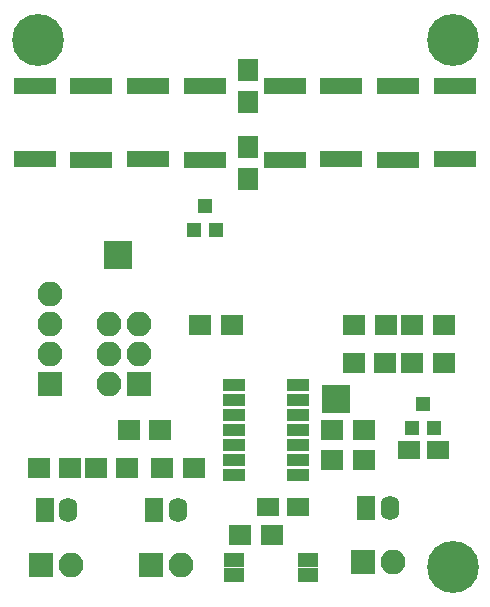
<source format=gbr>
G04 #@! TF.GenerationSoftware,KiCad,Pcbnew,(5.0.0)*
G04 #@! TF.CreationDate,2019-03-26T19:26:32+00:00*
G04 #@! TF.ProjectId,v4,76342E6B696361645F70636200000000,rev?*
G04 #@! TF.SameCoordinates,Original*
G04 #@! TF.FileFunction,Soldermask,Top*
G04 #@! TF.FilePolarity,Negative*
%FSLAX46Y46*%
G04 Gerber Fmt 4.6, Leading zero omitted, Abs format (unit mm)*
G04 Created by KiCad (PCBNEW (5.0.0)) date 03/26/19 19:26:32*
%MOMM*%
%LPD*%
G01*
G04 APERTURE LIST*
%ADD10C,4.400000*%
%ADD11R,1.900000X1.700000*%
%ADD12R,2.100000X2.100000*%
%ADD13O,2.100000X2.100000*%
%ADD14R,1.600000X2.100000*%
%ADD15O,1.600000X2.100000*%
%ADD16R,1.900000X1.650000*%
%ADD17R,1.900000X1.000000*%
%ADD18R,1.700000X1.200000*%
%ADD19R,1.200000X1.300000*%
%ADD20R,1.700000X1.900000*%
%ADD21R,2.400000X2.400000*%
%ADD22R,3.600000X1.400000*%
G04 APERTURE END LIST*
D10*
G04 #@! TO.C,REF\002A\002A*
X89204800Y-57302400D03*
G04 #@! TD*
G04 #@! TO.C,REF\002A\002A*
X54051200Y-57302400D03*
G04 #@! TD*
G04 #@! TO.C,REF\002A\002A*
X89204800Y-101854000D03*
G04 #@! TD*
D11*
G04 #@! TO.C,R17*
X80844400Y-81408970D03*
X83544400Y-81408970D03*
G04 #@! TD*
D12*
G04 #@! TO.C,J7*
X63652400Y-101701600D03*
D13*
X66192400Y-101701600D03*
G04 #@! TD*
D14*
G04 #@! TO.C,J3*
X63906400Y-97078800D03*
D15*
X65906400Y-97078800D03*
G04 #@! TD*
D12*
G04 #@! TO.C,J2*
X62636400Y-86410800D03*
D13*
X60096400Y-86410800D03*
X62636400Y-83870800D03*
X60096400Y-83870800D03*
X62636400Y-81330800D03*
X60096400Y-81330800D03*
G04 #@! TD*
D16*
G04 #@! TO.C,C1*
X76055200Y-96824800D03*
X73555200Y-96824800D03*
G04 #@! TD*
D14*
G04 #@! TO.C,J1*
X81889600Y-96926400D03*
D15*
X83889600Y-96926400D03*
G04 #@! TD*
D11*
G04 #@! TO.C,R1*
X81664800Y-90322400D03*
X78964800Y-90322400D03*
G04 #@! TD*
D17*
G04 #@! TO.C,U4*
X76055200Y-94132400D03*
X76055200Y-92862400D03*
X76055200Y-91592400D03*
X76055200Y-90322400D03*
X76055200Y-89052400D03*
X76055200Y-87782400D03*
X76055200Y-86512400D03*
X70655200Y-86512400D03*
X70655200Y-87782400D03*
X70655200Y-89052400D03*
X70655200Y-90322400D03*
X70655200Y-91592400D03*
X70655200Y-92862400D03*
X70655200Y-94132400D03*
G04 #@! TD*
D16*
G04 #@! TO.C,C2*
X85465600Y-91948000D03*
X87965600Y-91948000D03*
G04 #@! TD*
D14*
G04 #@! TO.C,J4*
X54660800Y-97078800D03*
D15*
X56660800Y-97078800D03*
G04 #@! TD*
D12*
G04 #@! TO.C,J5*
X81584800Y-101447600D03*
D13*
X84124800Y-101447600D03*
G04 #@! TD*
D12*
G04 #@! TO.C,J6*
X54305200Y-101701600D03*
D13*
X56845200Y-101701600D03*
G04 #@! TD*
D11*
G04 #@! TO.C,R2*
X64588400Y-93522800D03*
X67288400Y-93522800D03*
G04 #@! TD*
G04 #@! TO.C,R3*
X64443600Y-90271600D03*
X61743600Y-90271600D03*
G04 #@! TD*
G04 #@! TO.C,R4*
X61649600Y-93522800D03*
X58949600Y-93522800D03*
G04 #@! TD*
G04 #@! TO.C,R5*
X73892400Y-99212400D03*
X71192400Y-99212400D03*
G04 #@! TD*
G04 #@! TO.C,R15*
X67788800Y-81408970D03*
X70488800Y-81408970D03*
G04 #@! TD*
G04 #@! TO.C,R16*
X56823600Y-93522800D03*
X54123600Y-93522800D03*
G04 #@! TD*
G04 #@! TO.C,R18*
X80793600Y-84597000D03*
X83493600Y-84597000D03*
G04 #@! TD*
D18*
G04 #@! TO.C,U1*
X76962400Y-102595600D03*
X76962400Y-101315600D03*
X70662400Y-101315600D03*
X70662400Y-102595600D03*
G04 #@! TD*
D19*
G04 #@! TO.C,D1*
X85714800Y-90103200D03*
X87614800Y-90103200D03*
X86664800Y-88103200D03*
G04 #@! TD*
D11*
G04 #@! TO.C,D3*
X85772000Y-81381600D03*
X88472000Y-81381600D03*
G04 #@! TD*
G04 #@! TO.C,D4*
X85772000Y-84582000D03*
X88472000Y-84582000D03*
G04 #@! TD*
D19*
G04 #@! TO.C,Q1*
X67274400Y-73325600D03*
X69174400Y-73325600D03*
X68224400Y-71325600D03*
G04 #@! TD*
D20*
G04 #@! TO.C,R19*
X71882000Y-62499600D03*
X71882000Y-59799600D03*
G04 #@! TD*
G04 #@! TO.C,R20*
X71882000Y-66302000D03*
X71882000Y-69002000D03*
G04 #@! TD*
D11*
G04 #@! TO.C,R21*
X81664800Y-92862400D03*
X78964800Y-92862400D03*
G04 #@! TD*
D21*
G04 #@! TO.C,TP2*
X79349600Y-87680800D03*
G04 #@! TD*
D13*
G04 #@! TO.C,J8*
X55118000Y-78790800D03*
X55118000Y-81330800D03*
X55118000Y-83870800D03*
D12*
X55118000Y-86410800D03*
G04 #@! TD*
D22*
G04 #@! TO.C,R6*
X89357200Y-61189200D03*
X89357200Y-67389200D03*
G04 #@! TD*
G04 #@! TO.C,R7*
X53797200Y-67389200D03*
X53797200Y-61189200D03*
G04 #@! TD*
G04 #@! TO.C,R8*
X84565066Y-61199200D03*
X84565066Y-67399200D03*
G04 #@! TD*
G04 #@! TO.C,R9*
X58606266Y-67399200D03*
X58606266Y-61199200D03*
G04 #@! TD*
G04 #@! TO.C,R10*
X79772933Y-67389200D03*
X79772933Y-61189200D03*
G04 #@! TD*
G04 #@! TO.C,R11*
X63415332Y-67389200D03*
X63415332Y-61189200D03*
G04 #@! TD*
G04 #@! TO.C,R12*
X74980800Y-67399200D03*
X74980800Y-61199200D03*
G04 #@! TD*
G04 #@! TO.C,R13*
X68224400Y-67399200D03*
X68224400Y-61199200D03*
G04 #@! TD*
D21*
G04 #@! TO.C,TP1*
X60858400Y-75488800D03*
G04 #@! TD*
M02*

</source>
